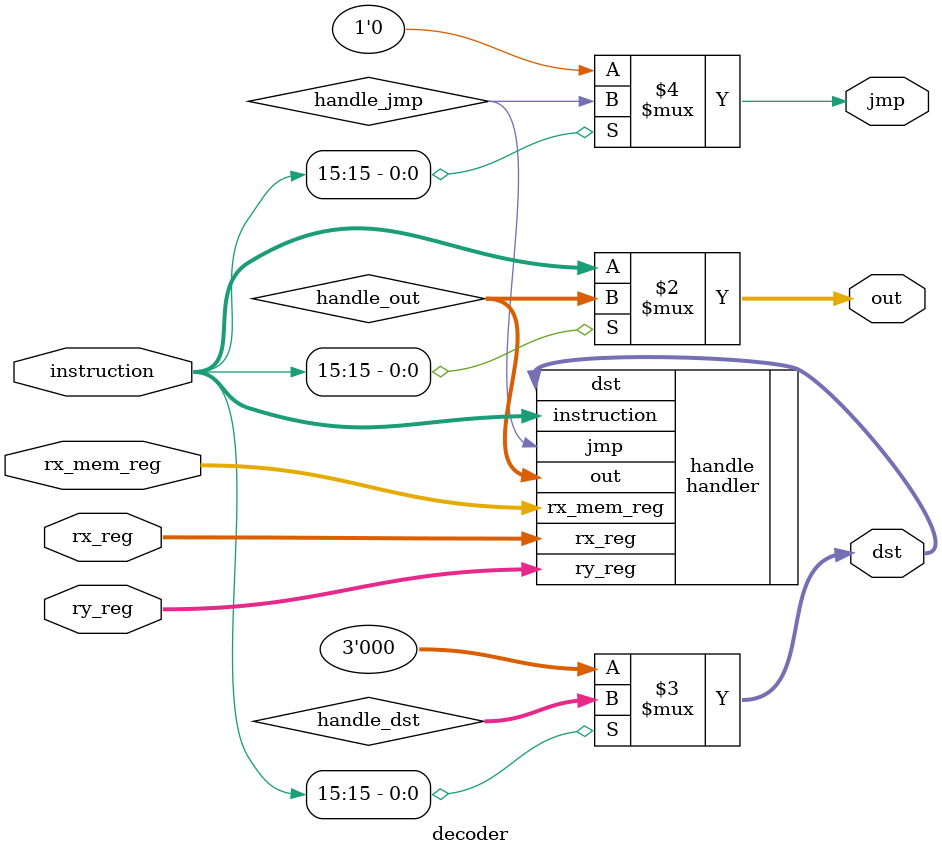
<source format=sv>
module decoder (
    input logic [15:0] instruction,
    input logic [15:0] rx_reg,
    input logic [15:0] ry_reg,
    input logic [15:0] rx_mem_reg,
    output logic [15:0] out,
    output logic jmp,
    output logic [2:0] dst
);

logic [15:0] handle_out;
logic [2:0] handle_dst;
logic handle_jmp;

handler handle (
    .instruction(instruction),
    .rx_reg(rx_reg),
    .ry_reg(ry_reg),
    .rx_mem_reg(rx_mem_reg),
    .out(handle_out),
    .jmp(handle_jmp),
    .dst(dst)
);

always_comb begin
    out = instruction[15] ? handle_out : instruction;
    dst = instruction[15] ? handle_dst : 3'b000;
    jmp = instruction[15] ? handle_jmp : 1'b0;
end

endmodule
</source>
